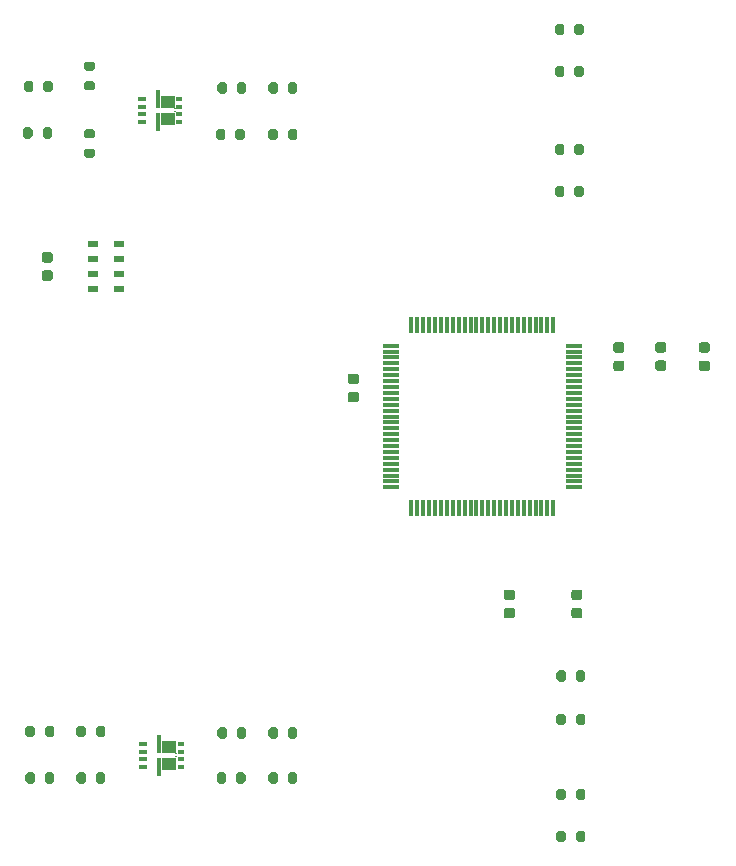
<source format=gbr>
%TF.GenerationSoftware,KiCad,Pcbnew,(5.1.10)-1*%
%TF.CreationDate,2021-11-30T13:01:00-06:00*%
%TF.ProjectId,Charges_KiCAD_Project,43686172-6765-4735-9f4b-694341445f50,rev?*%
%TF.SameCoordinates,Original*%
%TF.FileFunction,Paste,Top*%
%TF.FilePolarity,Positive*%
%FSLAX46Y46*%
G04 Gerber Fmt 4.6, Leading zero omitted, Abs format (unit mm)*
G04 Created by KiCad (PCBNEW (5.1.10)-1) date 2021-11-30 13:01:00*
%MOMM*%
%LPD*%
G01*
G04 APERTURE LIST*
%ADD10R,0.950000X0.550000*%
%ADD11R,0.160000X0.065000*%
%ADD12R,1.310000X1.010000*%
%ADD13R,0.430000X1.510000*%
%ADD14R,0.090000X1.130000*%
%ADD15R,0.600000X0.400000*%
%ADD16R,0.760000X0.350000*%
%ADD17R,0.300000X1.475000*%
%ADD18R,1.475000X0.300000*%
G04 APERTURE END LIST*
D10*
%TO.C,U1*%
X121598000Y-85060000D03*
X121598000Y-83810000D03*
X121598000Y-82560000D03*
X121598000Y-81310000D03*
X119448000Y-83810000D03*
X119448000Y-82560000D03*
X119448000Y-81310000D03*
X119448000Y-85060000D03*
%TD*%
%TO.C,R24*%
G36*
G01*
X135934000Y-126767000D02*
X135934000Y-126217000D01*
G75*
G02*
X136134000Y-126017000I200000J0D01*
G01*
X136534000Y-126017000D01*
G75*
G02*
X136734000Y-126217000I0J-200000D01*
G01*
X136734000Y-126767000D01*
G75*
G02*
X136534000Y-126967000I-200000J0D01*
G01*
X136134000Y-126967000D01*
G75*
G02*
X135934000Y-126767000I0J200000D01*
G01*
G37*
G36*
G01*
X134284000Y-126767000D02*
X134284000Y-126217000D01*
G75*
G02*
X134484000Y-126017000I200000J0D01*
G01*
X134884000Y-126017000D01*
G75*
G02*
X135084000Y-126217000I0J-200000D01*
G01*
X135084000Y-126767000D01*
G75*
G02*
X134884000Y-126967000I-200000J0D01*
G01*
X134484000Y-126967000D01*
G75*
G02*
X134284000Y-126767000I0J200000D01*
G01*
G37*
%TD*%
%TO.C,R23*%
G36*
G01*
X135934000Y-122957000D02*
X135934000Y-122407000D01*
G75*
G02*
X136134000Y-122207000I200000J0D01*
G01*
X136534000Y-122207000D01*
G75*
G02*
X136734000Y-122407000I0J-200000D01*
G01*
X136734000Y-122957000D01*
G75*
G02*
X136534000Y-123157000I-200000J0D01*
G01*
X136134000Y-123157000D01*
G75*
G02*
X135934000Y-122957000I0J200000D01*
G01*
G37*
G36*
G01*
X134284000Y-122957000D02*
X134284000Y-122407000D01*
G75*
G02*
X134484000Y-122207000I200000J0D01*
G01*
X134884000Y-122207000D01*
G75*
G02*
X135084000Y-122407000I0J-200000D01*
G01*
X135084000Y-122957000D01*
G75*
G02*
X134884000Y-123157000I-200000J0D01*
G01*
X134484000Y-123157000D01*
G75*
G02*
X134284000Y-122957000I0J200000D01*
G01*
G37*
%TD*%
%TO.C,R22*%
G36*
G01*
X135934000Y-72284000D02*
X135934000Y-71734000D01*
G75*
G02*
X136134000Y-71534000I200000J0D01*
G01*
X136534000Y-71534000D01*
G75*
G02*
X136734000Y-71734000I0J-200000D01*
G01*
X136734000Y-72284000D01*
G75*
G02*
X136534000Y-72484000I-200000J0D01*
G01*
X136134000Y-72484000D01*
G75*
G02*
X135934000Y-72284000I0J200000D01*
G01*
G37*
G36*
G01*
X134284000Y-72284000D02*
X134284000Y-71734000D01*
G75*
G02*
X134484000Y-71534000I200000J0D01*
G01*
X134884000Y-71534000D01*
G75*
G02*
X135084000Y-71734000I0J-200000D01*
G01*
X135084000Y-72284000D01*
G75*
G02*
X134884000Y-72484000I-200000J0D01*
G01*
X134484000Y-72484000D01*
G75*
G02*
X134284000Y-72284000I0J200000D01*
G01*
G37*
%TD*%
%TO.C,R21*%
G36*
G01*
X135934000Y-68347000D02*
X135934000Y-67797000D01*
G75*
G02*
X136134000Y-67597000I200000J0D01*
G01*
X136534000Y-67597000D01*
G75*
G02*
X136734000Y-67797000I0J-200000D01*
G01*
X136734000Y-68347000D01*
G75*
G02*
X136534000Y-68547000I-200000J0D01*
G01*
X136134000Y-68547000D01*
G75*
G02*
X135934000Y-68347000I0J200000D01*
G01*
G37*
G36*
G01*
X134284000Y-68347000D02*
X134284000Y-67797000D01*
G75*
G02*
X134484000Y-67597000I200000J0D01*
G01*
X134884000Y-67597000D01*
G75*
G02*
X135084000Y-67797000I0J-200000D01*
G01*
X135084000Y-68347000D01*
G75*
G02*
X134884000Y-68547000I-200000J0D01*
G01*
X134484000Y-68547000D01*
G75*
G02*
X134284000Y-68347000I0J200000D01*
G01*
G37*
%TD*%
%TO.C,R20*%
G36*
G01*
X131553000Y-126767000D02*
X131553000Y-126217000D01*
G75*
G02*
X131753000Y-126017000I200000J0D01*
G01*
X132153000Y-126017000D01*
G75*
G02*
X132353000Y-126217000I0J-200000D01*
G01*
X132353000Y-126767000D01*
G75*
G02*
X132153000Y-126967000I-200000J0D01*
G01*
X131753000Y-126967000D01*
G75*
G02*
X131553000Y-126767000I0J200000D01*
G01*
G37*
G36*
G01*
X129903000Y-126767000D02*
X129903000Y-126217000D01*
G75*
G02*
X130103000Y-126017000I200000J0D01*
G01*
X130503000Y-126017000D01*
G75*
G02*
X130703000Y-126217000I0J-200000D01*
G01*
X130703000Y-126767000D01*
G75*
G02*
X130503000Y-126967000I-200000J0D01*
G01*
X130103000Y-126967000D01*
G75*
G02*
X129903000Y-126767000I0J200000D01*
G01*
G37*
%TD*%
%TO.C,R19*%
G36*
G01*
X131616000Y-122957000D02*
X131616000Y-122407000D01*
G75*
G02*
X131816000Y-122207000I200000J0D01*
G01*
X132216000Y-122207000D01*
G75*
G02*
X132416000Y-122407000I0J-200000D01*
G01*
X132416000Y-122957000D01*
G75*
G02*
X132216000Y-123157000I-200000J0D01*
G01*
X131816000Y-123157000D01*
G75*
G02*
X131616000Y-122957000I0J200000D01*
G01*
G37*
G36*
G01*
X129966000Y-122957000D02*
X129966000Y-122407000D01*
G75*
G02*
X130166000Y-122207000I200000J0D01*
G01*
X130566000Y-122207000D01*
G75*
G02*
X130766000Y-122407000I0J-200000D01*
G01*
X130766000Y-122957000D01*
G75*
G02*
X130566000Y-123157000I-200000J0D01*
G01*
X130166000Y-123157000D01*
G75*
G02*
X129966000Y-122957000I0J200000D01*
G01*
G37*
%TD*%
%TO.C,R18*%
G36*
G01*
X131489000Y-72284000D02*
X131489000Y-71734000D01*
G75*
G02*
X131689000Y-71534000I200000J0D01*
G01*
X132089000Y-71534000D01*
G75*
G02*
X132289000Y-71734000I0J-200000D01*
G01*
X132289000Y-72284000D01*
G75*
G02*
X132089000Y-72484000I-200000J0D01*
G01*
X131689000Y-72484000D01*
G75*
G02*
X131489000Y-72284000I0J200000D01*
G01*
G37*
G36*
G01*
X129839000Y-72284000D02*
X129839000Y-71734000D01*
G75*
G02*
X130039000Y-71534000I200000J0D01*
G01*
X130439000Y-71534000D01*
G75*
G02*
X130639000Y-71734000I0J-200000D01*
G01*
X130639000Y-72284000D01*
G75*
G02*
X130439000Y-72484000I-200000J0D01*
G01*
X130039000Y-72484000D01*
G75*
G02*
X129839000Y-72284000I0J200000D01*
G01*
G37*
%TD*%
%TO.C,R17*%
G36*
G01*
X131616000Y-68347000D02*
X131616000Y-67797000D01*
G75*
G02*
X131816000Y-67597000I200000J0D01*
G01*
X132216000Y-67597000D01*
G75*
G02*
X132416000Y-67797000I0J-200000D01*
G01*
X132416000Y-68347000D01*
G75*
G02*
X132216000Y-68547000I-200000J0D01*
G01*
X131816000Y-68547000D01*
G75*
G02*
X131616000Y-68347000I0J200000D01*
G01*
G37*
G36*
G01*
X129966000Y-68347000D02*
X129966000Y-67797000D01*
G75*
G02*
X130166000Y-67597000I200000J0D01*
G01*
X130566000Y-67597000D01*
G75*
G02*
X130766000Y-67797000I0J-200000D01*
G01*
X130766000Y-68347000D01*
G75*
G02*
X130566000Y-68547000I-200000J0D01*
G01*
X130166000Y-68547000D01*
G75*
G02*
X129966000Y-68347000I0J200000D01*
G01*
G37*
%TD*%
%TO.C,R16*%
G36*
G01*
X159468000Y-131170000D02*
X159468000Y-131720000D01*
G75*
G02*
X159268000Y-131920000I-200000J0D01*
G01*
X158868000Y-131920000D01*
G75*
G02*
X158668000Y-131720000I0J200000D01*
G01*
X158668000Y-131170000D01*
G75*
G02*
X158868000Y-130970000I200000J0D01*
G01*
X159268000Y-130970000D01*
G75*
G02*
X159468000Y-131170000I0J-200000D01*
G01*
G37*
G36*
G01*
X161118000Y-131170000D02*
X161118000Y-131720000D01*
G75*
G02*
X160918000Y-131920000I-200000J0D01*
G01*
X160518000Y-131920000D01*
G75*
G02*
X160318000Y-131720000I0J200000D01*
G01*
X160318000Y-131170000D01*
G75*
G02*
X160518000Y-130970000I200000J0D01*
G01*
X160918000Y-130970000D01*
G75*
G02*
X161118000Y-131170000I0J-200000D01*
G01*
G37*
%TD*%
%TO.C,R15*%
G36*
G01*
X159468000Y-117581000D02*
X159468000Y-118131000D01*
G75*
G02*
X159268000Y-118331000I-200000J0D01*
G01*
X158868000Y-118331000D01*
G75*
G02*
X158668000Y-118131000I0J200000D01*
G01*
X158668000Y-117581000D01*
G75*
G02*
X158868000Y-117381000I200000J0D01*
G01*
X159268000Y-117381000D01*
G75*
G02*
X159468000Y-117581000I0J-200000D01*
G01*
G37*
G36*
G01*
X161118000Y-117581000D02*
X161118000Y-118131000D01*
G75*
G02*
X160918000Y-118331000I-200000J0D01*
G01*
X160518000Y-118331000D01*
G75*
G02*
X160318000Y-118131000I0J200000D01*
G01*
X160318000Y-117581000D01*
G75*
G02*
X160518000Y-117381000I200000J0D01*
G01*
X160918000Y-117381000D01*
G75*
G02*
X161118000Y-117581000I0J-200000D01*
G01*
G37*
%TD*%
%TO.C,R14*%
G36*
G01*
X159468000Y-127614000D02*
X159468000Y-128164000D01*
G75*
G02*
X159268000Y-128364000I-200000J0D01*
G01*
X158868000Y-128364000D01*
G75*
G02*
X158668000Y-128164000I0J200000D01*
G01*
X158668000Y-127614000D01*
G75*
G02*
X158868000Y-127414000I200000J0D01*
G01*
X159268000Y-127414000D01*
G75*
G02*
X159468000Y-127614000I0J-200000D01*
G01*
G37*
G36*
G01*
X161118000Y-127614000D02*
X161118000Y-128164000D01*
G75*
G02*
X160918000Y-128364000I-200000J0D01*
G01*
X160518000Y-128364000D01*
G75*
G02*
X160318000Y-128164000I0J200000D01*
G01*
X160318000Y-127614000D01*
G75*
G02*
X160518000Y-127414000I200000J0D01*
G01*
X160918000Y-127414000D01*
G75*
G02*
X161118000Y-127614000I0J-200000D01*
G01*
G37*
%TD*%
%TO.C,R13*%
G36*
G01*
X160318000Y-121814000D02*
X160318000Y-121264000D01*
G75*
G02*
X160518000Y-121064000I200000J0D01*
G01*
X160918000Y-121064000D01*
G75*
G02*
X161118000Y-121264000I0J-200000D01*
G01*
X161118000Y-121814000D01*
G75*
G02*
X160918000Y-122014000I-200000J0D01*
G01*
X160518000Y-122014000D01*
G75*
G02*
X160318000Y-121814000I0J200000D01*
G01*
G37*
G36*
G01*
X158668000Y-121814000D02*
X158668000Y-121264000D01*
G75*
G02*
X158868000Y-121064000I200000J0D01*
G01*
X159268000Y-121064000D01*
G75*
G02*
X159468000Y-121264000I0J-200000D01*
G01*
X159468000Y-121814000D01*
G75*
G02*
X159268000Y-122014000I-200000J0D01*
G01*
X158868000Y-122014000D01*
G75*
G02*
X158668000Y-121814000I0J200000D01*
G01*
G37*
%TD*%
%TO.C,R12*%
G36*
G01*
X159341000Y-76560000D02*
X159341000Y-77110000D01*
G75*
G02*
X159141000Y-77310000I-200000J0D01*
G01*
X158741000Y-77310000D01*
G75*
G02*
X158541000Y-77110000I0J200000D01*
G01*
X158541000Y-76560000D01*
G75*
G02*
X158741000Y-76360000I200000J0D01*
G01*
X159141000Y-76360000D01*
G75*
G02*
X159341000Y-76560000I0J-200000D01*
G01*
G37*
G36*
G01*
X160991000Y-76560000D02*
X160991000Y-77110000D01*
G75*
G02*
X160791000Y-77310000I-200000J0D01*
G01*
X160391000Y-77310000D01*
G75*
G02*
X160191000Y-77110000I0J200000D01*
G01*
X160191000Y-76560000D01*
G75*
G02*
X160391000Y-76360000I200000J0D01*
G01*
X160791000Y-76360000D01*
G75*
G02*
X160991000Y-76560000I0J-200000D01*
G01*
G37*
%TD*%
%TO.C,R11*%
G36*
G01*
X159341000Y-62844000D02*
X159341000Y-63394000D01*
G75*
G02*
X159141000Y-63594000I-200000J0D01*
G01*
X158741000Y-63594000D01*
G75*
G02*
X158541000Y-63394000I0J200000D01*
G01*
X158541000Y-62844000D01*
G75*
G02*
X158741000Y-62644000I200000J0D01*
G01*
X159141000Y-62644000D01*
G75*
G02*
X159341000Y-62844000I0J-200000D01*
G01*
G37*
G36*
G01*
X160991000Y-62844000D02*
X160991000Y-63394000D01*
G75*
G02*
X160791000Y-63594000I-200000J0D01*
G01*
X160391000Y-63594000D01*
G75*
G02*
X160191000Y-63394000I0J200000D01*
G01*
X160191000Y-62844000D01*
G75*
G02*
X160391000Y-62644000I200000J0D01*
G01*
X160791000Y-62644000D01*
G75*
G02*
X160991000Y-62844000I0J-200000D01*
G01*
G37*
%TD*%
%TO.C,R10*%
G36*
G01*
X119678000Y-126767000D02*
X119678000Y-126217000D01*
G75*
G02*
X119878000Y-126017000I200000J0D01*
G01*
X120278000Y-126017000D01*
G75*
G02*
X120478000Y-126217000I0J-200000D01*
G01*
X120478000Y-126767000D01*
G75*
G02*
X120278000Y-126967000I-200000J0D01*
G01*
X119878000Y-126967000D01*
G75*
G02*
X119678000Y-126767000I0J200000D01*
G01*
G37*
G36*
G01*
X118028000Y-126767000D02*
X118028000Y-126217000D01*
G75*
G02*
X118228000Y-126017000I200000J0D01*
G01*
X118628000Y-126017000D01*
G75*
G02*
X118828000Y-126217000I0J-200000D01*
G01*
X118828000Y-126767000D01*
G75*
G02*
X118628000Y-126967000I-200000J0D01*
G01*
X118228000Y-126967000D01*
G75*
G02*
X118028000Y-126767000I0J200000D01*
G01*
G37*
%TD*%
%TO.C,R9*%
G36*
G01*
X119678000Y-122830000D02*
X119678000Y-122280000D01*
G75*
G02*
X119878000Y-122080000I200000J0D01*
G01*
X120278000Y-122080000D01*
G75*
G02*
X120478000Y-122280000I0J-200000D01*
G01*
X120478000Y-122830000D01*
G75*
G02*
X120278000Y-123030000I-200000J0D01*
G01*
X119878000Y-123030000D01*
G75*
G02*
X119678000Y-122830000I0J200000D01*
G01*
G37*
G36*
G01*
X118028000Y-122830000D02*
X118028000Y-122280000D01*
G75*
G02*
X118228000Y-122080000I200000J0D01*
G01*
X118628000Y-122080000D01*
G75*
G02*
X118828000Y-122280000I0J-200000D01*
G01*
X118828000Y-122830000D01*
G75*
G02*
X118628000Y-123030000I-200000J0D01*
G01*
X118228000Y-123030000D01*
G75*
G02*
X118028000Y-122830000I0J200000D01*
G01*
G37*
%TD*%
%TO.C,R8*%
G36*
G01*
X118851000Y-73196000D02*
X119401000Y-73196000D01*
G75*
G02*
X119601000Y-73396000I0J-200000D01*
G01*
X119601000Y-73796000D01*
G75*
G02*
X119401000Y-73996000I-200000J0D01*
G01*
X118851000Y-73996000D01*
G75*
G02*
X118651000Y-73796000I0J200000D01*
G01*
X118651000Y-73396000D01*
G75*
G02*
X118851000Y-73196000I200000J0D01*
G01*
G37*
G36*
G01*
X118851000Y-71546000D02*
X119401000Y-71546000D01*
G75*
G02*
X119601000Y-71746000I0J-200000D01*
G01*
X119601000Y-72146000D01*
G75*
G02*
X119401000Y-72346000I-200000J0D01*
G01*
X118851000Y-72346000D01*
G75*
G02*
X118651000Y-72146000I0J200000D01*
G01*
X118651000Y-71746000D01*
G75*
G02*
X118851000Y-71546000I200000J0D01*
G01*
G37*
%TD*%
%TO.C,R7*%
G36*
G01*
X119401000Y-66631000D02*
X118851000Y-66631000D01*
G75*
G02*
X118651000Y-66431000I0J200000D01*
G01*
X118651000Y-66031000D01*
G75*
G02*
X118851000Y-65831000I200000J0D01*
G01*
X119401000Y-65831000D01*
G75*
G02*
X119601000Y-66031000I0J-200000D01*
G01*
X119601000Y-66431000D01*
G75*
G02*
X119401000Y-66631000I-200000J0D01*
G01*
G37*
G36*
G01*
X119401000Y-68281000D02*
X118851000Y-68281000D01*
G75*
G02*
X118651000Y-68081000I0J200000D01*
G01*
X118651000Y-67681000D01*
G75*
G02*
X118851000Y-67481000I200000J0D01*
G01*
X119401000Y-67481000D01*
G75*
G02*
X119601000Y-67681000I0J-200000D01*
G01*
X119601000Y-68081000D01*
G75*
G02*
X119401000Y-68281000I-200000J0D01*
G01*
G37*
%TD*%
%TO.C,R6*%
G36*
G01*
X115360000Y-126767000D02*
X115360000Y-126217000D01*
G75*
G02*
X115560000Y-126017000I200000J0D01*
G01*
X115960000Y-126017000D01*
G75*
G02*
X116160000Y-126217000I0J-200000D01*
G01*
X116160000Y-126767000D01*
G75*
G02*
X115960000Y-126967000I-200000J0D01*
G01*
X115560000Y-126967000D01*
G75*
G02*
X115360000Y-126767000I0J200000D01*
G01*
G37*
G36*
G01*
X113710000Y-126767000D02*
X113710000Y-126217000D01*
G75*
G02*
X113910000Y-126017000I200000J0D01*
G01*
X114310000Y-126017000D01*
G75*
G02*
X114510000Y-126217000I0J-200000D01*
G01*
X114510000Y-126767000D01*
G75*
G02*
X114310000Y-126967000I-200000J0D01*
G01*
X113910000Y-126967000D01*
G75*
G02*
X113710000Y-126767000I0J200000D01*
G01*
G37*
%TD*%
%TO.C,R5*%
G36*
G01*
X115360000Y-122830000D02*
X115360000Y-122280000D01*
G75*
G02*
X115560000Y-122080000I200000J0D01*
G01*
X115960000Y-122080000D01*
G75*
G02*
X116160000Y-122280000I0J-200000D01*
G01*
X116160000Y-122830000D01*
G75*
G02*
X115960000Y-123030000I-200000J0D01*
G01*
X115560000Y-123030000D01*
G75*
G02*
X115360000Y-122830000I0J200000D01*
G01*
G37*
G36*
G01*
X113710000Y-122830000D02*
X113710000Y-122280000D01*
G75*
G02*
X113910000Y-122080000I200000J0D01*
G01*
X114310000Y-122080000D01*
G75*
G02*
X114510000Y-122280000I0J-200000D01*
G01*
X114510000Y-122830000D01*
G75*
G02*
X114310000Y-123030000I-200000J0D01*
G01*
X113910000Y-123030000D01*
G75*
G02*
X113710000Y-122830000I0J200000D01*
G01*
G37*
%TD*%
%TO.C,R4*%
G36*
G01*
X115170000Y-72157000D02*
X115170000Y-71607000D01*
G75*
G02*
X115370000Y-71407000I200000J0D01*
G01*
X115770000Y-71407000D01*
G75*
G02*
X115970000Y-71607000I0J-200000D01*
G01*
X115970000Y-72157000D01*
G75*
G02*
X115770000Y-72357000I-200000J0D01*
G01*
X115370000Y-72357000D01*
G75*
G02*
X115170000Y-72157000I0J200000D01*
G01*
G37*
G36*
G01*
X113520000Y-72157000D02*
X113520000Y-71607000D01*
G75*
G02*
X113720000Y-71407000I200000J0D01*
G01*
X114120000Y-71407000D01*
G75*
G02*
X114320000Y-71607000I0J-200000D01*
G01*
X114320000Y-72157000D01*
G75*
G02*
X114120000Y-72357000I-200000J0D01*
G01*
X113720000Y-72357000D01*
G75*
G02*
X113520000Y-72157000I0J200000D01*
G01*
G37*
%TD*%
%TO.C,R3*%
G36*
G01*
X113583000Y-68220000D02*
X113583000Y-67670000D01*
G75*
G02*
X113783000Y-67470000I200000J0D01*
G01*
X114183000Y-67470000D01*
G75*
G02*
X114383000Y-67670000I0J-200000D01*
G01*
X114383000Y-68220000D01*
G75*
G02*
X114183000Y-68420000I-200000J0D01*
G01*
X113783000Y-68420000D01*
G75*
G02*
X113583000Y-68220000I0J200000D01*
G01*
G37*
G36*
G01*
X115233000Y-68220000D02*
X115233000Y-67670000D01*
G75*
G02*
X115433000Y-67470000I200000J0D01*
G01*
X115833000Y-67470000D01*
G75*
G02*
X116033000Y-67670000I0J-200000D01*
G01*
X116033000Y-68220000D01*
G75*
G02*
X115833000Y-68420000I-200000J0D01*
G01*
X115433000Y-68420000D01*
G75*
G02*
X115233000Y-68220000I0J200000D01*
G01*
G37*
%TD*%
%TO.C,R2*%
G36*
G01*
X159341000Y-73004000D02*
X159341000Y-73554000D01*
G75*
G02*
X159141000Y-73754000I-200000J0D01*
G01*
X158741000Y-73754000D01*
G75*
G02*
X158541000Y-73554000I0J200000D01*
G01*
X158541000Y-73004000D01*
G75*
G02*
X158741000Y-72804000I200000J0D01*
G01*
X159141000Y-72804000D01*
G75*
G02*
X159341000Y-73004000I0J-200000D01*
G01*
G37*
G36*
G01*
X160991000Y-73004000D02*
X160991000Y-73554000D01*
G75*
G02*
X160791000Y-73754000I-200000J0D01*
G01*
X160391000Y-73754000D01*
G75*
G02*
X160191000Y-73554000I0J200000D01*
G01*
X160191000Y-73004000D01*
G75*
G02*
X160391000Y-72804000I200000J0D01*
G01*
X160791000Y-72804000D01*
G75*
G02*
X160991000Y-73004000I0J-200000D01*
G01*
G37*
%TD*%
%TO.C,R1*%
G36*
G01*
X160191000Y-66950000D02*
X160191000Y-66400000D01*
G75*
G02*
X160391000Y-66200000I200000J0D01*
G01*
X160791000Y-66200000D01*
G75*
G02*
X160991000Y-66400000I0J-200000D01*
G01*
X160991000Y-66950000D01*
G75*
G02*
X160791000Y-67150000I-200000J0D01*
G01*
X160391000Y-67150000D01*
G75*
G02*
X160191000Y-66950000I0J200000D01*
G01*
G37*
G36*
G01*
X158541000Y-66950000D02*
X158541000Y-66400000D01*
G75*
G02*
X158741000Y-66200000I200000J0D01*
G01*
X159141000Y-66200000D01*
G75*
G02*
X159341000Y-66400000I0J-200000D01*
G01*
X159341000Y-66950000D01*
G75*
G02*
X159141000Y-67150000I-200000J0D01*
G01*
X158741000Y-67150000D01*
G75*
G02*
X158541000Y-66950000I0J200000D01*
G01*
G37*
%TD*%
D11*
%TO.C,Q2*%
X126472000Y-124745000D03*
X126472000Y-124429000D03*
D12*
X125897000Y-125282000D03*
D13*
X125027000Y-125532000D03*
D14*
X124767000Y-125342000D03*
X124767000Y-123832000D03*
D13*
X125027000Y-123642000D03*
D12*
X125897000Y-123892000D03*
D15*
X126852000Y-123612000D03*
X126852000Y-124262000D03*
X126852000Y-124912000D03*
X126852000Y-125562000D03*
D16*
X123672000Y-125562000D03*
X123672000Y-124912000D03*
X123672000Y-124262000D03*
X123672000Y-123612000D03*
%TD*%
D11*
%TO.C,Q1*%
X126345000Y-70135000D03*
X126345000Y-69819000D03*
D12*
X125770000Y-70672000D03*
D13*
X124900000Y-70922000D03*
D14*
X124640000Y-70732000D03*
X124640000Y-69222000D03*
D13*
X124900000Y-69032000D03*
D12*
X125770000Y-69282000D03*
D15*
X126725000Y-69002000D03*
X126725000Y-69652000D03*
X126725000Y-70302000D03*
X126725000Y-70952000D03*
D16*
X123545000Y-70952000D03*
X123545000Y-70302000D03*
X123545000Y-69652000D03*
X123545000Y-69002000D03*
%TD*%
D17*
%TO.C,IC2*%
X146400000Y-88147000D03*
X146900000Y-88147000D03*
X147400000Y-88147000D03*
X147900000Y-88147000D03*
X148400000Y-88147000D03*
X148900000Y-88147000D03*
X149400000Y-88147000D03*
X149900000Y-88147000D03*
X150400000Y-88147000D03*
X150900000Y-88147000D03*
X151400000Y-88147000D03*
X151900000Y-88147000D03*
X152400000Y-88147000D03*
X152900000Y-88147000D03*
X153400000Y-88147000D03*
X153900000Y-88147000D03*
X154400000Y-88147000D03*
X154900000Y-88147000D03*
X155400000Y-88147000D03*
X155900000Y-88147000D03*
X156400000Y-88147000D03*
X156900000Y-88147000D03*
X157400000Y-88147000D03*
X157900000Y-88147000D03*
X158400000Y-88147000D03*
D18*
X160138000Y-89885000D03*
X160138000Y-90385000D03*
X160138000Y-90885000D03*
X160138000Y-91385000D03*
X160138000Y-91885000D03*
X160138000Y-92385000D03*
X160138000Y-92885000D03*
X160138000Y-93385000D03*
X160138000Y-93885000D03*
X160138000Y-94385000D03*
X160138000Y-94885000D03*
X160138000Y-95385000D03*
X160138000Y-95885000D03*
X160138000Y-96385000D03*
X160138000Y-96885000D03*
X160138000Y-97385000D03*
X160138000Y-97885000D03*
X160138000Y-98385000D03*
X160138000Y-98885000D03*
X160138000Y-99385000D03*
X160138000Y-99885000D03*
X160138000Y-100385000D03*
X160138000Y-100885000D03*
X160138000Y-101385000D03*
X160138000Y-101885000D03*
D17*
X158400000Y-103623000D03*
X157900000Y-103623000D03*
X157400000Y-103623000D03*
X156900000Y-103623000D03*
X156400000Y-103623000D03*
X155900000Y-103623000D03*
X155400000Y-103623000D03*
X154900000Y-103623000D03*
X154400000Y-103623000D03*
X153900000Y-103623000D03*
X153400000Y-103623000D03*
X152900000Y-103623000D03*
X152400000Y-103623000D03*
X151900000Y-103623000D03*
X151400000Y-103623000D03*
X150900000Y-103623000D03*
X150400000Y-103623000D03*
X149900000Y-103623000D03*
X149400000Y-103623000D03*
X148900000Y-103623000D03*
X148400000Y-103623000D03*
X147900000Y-103623000D03*
X147400000Y-103623000D03*
X146900000Y-103623000D03*
X146400000Y-103623000D03*
D18*
X144662000Y-101885000D03*
X144662000Y-101385000D03*
X144662000Y-100885000D03*
X144662000Y-100385000D03*
X144662000Y-99885000D03*
X144662000Y-99385000D03*
X144662000Y-98885000D03*
X144662000Y-98385000D03*
X144662000Y-97885000D03*
X144662000Y-97385000D03*
X144662000Y-96885000D03*
X144662000Y-96385000D03*
X144662000Y-95885000D03*
X144662000Y-95385000D03*
X144662000Y-94885000D03*
X144662000Y-94385000D03*
X144662000Y-93885000D03*
X144662000Y-93385000D03*
X144662000Y-92885000D03*
X144662000Y-92385000D03*
X144662000Y-91885000D03*
X144662000Y-91385000D03*
X144662000Y-90885000D03*
X144662000Y-90385000D03*
X144662000Y-89885000D03*
%TD*%
%TO.C,C11*%
G36*
G01*
X160651000Y-111435000D02*
X160151000Y-111435000D01*
G75*
G02*
X159926000Y-111210000I0J225000D01*
G01*
X159926000Y-110760000D01*
G75*
G02*
X160151000Y-110535000I225000J0D01*
G01*
X160651000Y-110535000D01*
G75*
G02*
X160876000Y-110760000I0J-225000D01*
G01*
X160876000Y-111210000D01*
G75*
G02*
X160651000Y-111435000I-225000J0D01*
G01*
G37*
G36*
G01*
X160651000Y-112985000D02*
X160151000Y-112985000D01*
G75*
G02*
X159926000Y-112760000I0J225000D01*
G01*
X159926000Y-112310000D01*
G75*
G02*
X160151000Y-112085000I225000J0D01*
G01*
X160651000Y-112085000D01*
G75*
G02*
X160876000Y-112310000I0J-225000D01*
G01*
X160876000Y-112760000D01*
G75*
G02*
X160651000Y-112985000I-225000J0D01*
G01*
G37*
%TD*%
%TO.C,C10*%
G36*
G01*
X154936000Y-111435000D02*
X154436000Y-111435000D01*
G75*
G02*
X154211000Y-111210000I0J225000D01*
G01*
X154211000Y-110760000D01*
G75*
G02*
X154436000Y-110535000I225000J0D01*
G01*
X154936000Y-110535000D01*
G75*
G02*
X155161000Y-110760000I0J-225000D01*
G01*
X155161000Y-111210000D01*
G75*
G02*
X154936000Y-111435000I-225000J0D01*
G01*
G37*
G36*
G01*
X154936000Y-112985000D02*
X154436000Y-112985000D01*
G75*
G02*
X154211000Y-112760000I0J225000D01*
G01*
X154211000Y-112310000D01*
G75*
G02*
X154436000Y-112085000I225000J0D01*
G01*
X154936000Y-112085000D01*
G75*
G02*
X155161000Y-112310000I0J-225000D01*
G01*
X155161000Y-112760000D01*
G75*
G02*
X154936000Y-112985000I-225000J0D01*
G01*
G37*
%TD*%
%TO.C,C9*%
G36*
G01*
X171446000Y-90493000D02*
X170946000Y-90493000D01*
G75*
G02*
X170721000Y-90268000I0J225000D01*
G01*
X170721000Y-89818000D01*
G75*
G02*
X170946000Y-89593000I225000J0D01*
G01*
X171446000Y-89593000D01*
G75*
G02*
X171671000Y-89818000I0J-225000D01*
G01*
X171671000Y-90268000D01*
G75*
G02*
X171446000Y-90493000I-225000J0D01*
G01*
G37*
G36*
G01*
X171446000Y-92043000D02*
X170946000Y-92043000D01*
G75*
G02*
X170721000Y-91818000I0J225000D01*
G01*
X170721000Y-91368000D01*
G75*
G02*
X170946000Y-91143000I225000J0D01*
G01*
X171446000Y-91143000D01*
G75*
G02*
X171671000Y-91368000I0J-225000D01*
G01*
X171671000Y-91818000D01*
G75*
G02*
X171446000Y-92043000I-225000J0D01*
G01*
G37*
%TD*%
%TO.C,C8*%
G36*
G01*
X167763000Y-90480000D02*
X167263000Y-90480000D01*
G75*
G02*
X167038000Y-90255000I0J225000D01*
G01*
X167038000Y-89805000D01*
G75*
G02*
X167263000Y-89580000I225000J0D01*
G01*
X167763000Y-89580000D01*
G75*
G02*
X167988000Y-89805000I0J-225000D01*
G01*
X167988000Y-90255000D01*
G75*
G02*
X167763000Y-90480000I-225000J0D01*
G01*
G37*
G36*
G01*
X167763000Y-92030000D02*
X167263000Y-92030000D01*
G75*
G02*
X167038000Y-91805000I0J225000D01*
G01*
X167038000Y-91355000D01*
G75*
G02*
X167263000Y-91130000I225000J0D01*
G01*
X167763000Y-91130000D01*
G75*
G02*
X167988000Y-91355000I0J-225000D01*
G01*
X167988000Y-91805000D01*
G75*
G02*
X167763000Y-92030000I-225000J0D01*
G01*
G37*
%TD*%
%TO.C,C7*%
G36*
G01*
X164207000Y-90493000D02*
X163707000Y-90493000D01*
G75*
G02*
X163482000Y-90268000I0J225000D01*
G01*
X163482000Y-89818000D01*
G75*
G02*
X163707000Y-89593000I225000J0D01*
G01*
X164207000Y-89593000D01*
G75*
G02*
X164432000Y-89818000I0J-225000D01*
G01*
X164432000Y-90268000D01*
G75*
G02*
X164207000Y-90493000I-225000J0D01*
G01*
G37*
G36*
G01*
X164207000Y-92043000D02*
X163707000Y-92043000D01*
G75*
G02*
X163482000Y-91818000I0J225000D01*
G01*
X163482000Y-91368000D01*
G75*
G02*
X163707000Y-91143000I225000J0D01*
G01*
X164207000Y-91143000D01*
G75*
G02*
X164432000Y-91368000I0J-225000D01*
G01*
X164432000Y-91818000D01*
G75*
G02*
X164207000Y-92043000I-225000J0D01*
G01*
G37*
%TD*%
%TO.C,C6*%
G36*
G01*
X115820000Y-82860000D02*
X115320000Y-82860000D01*
G75*
G02*
X115095000Y-82635000I0J225000D01*
G01*
X115095000Y-82185000D01*
G75*
G02*
X115320000Y-81960000I225000J0D01*
G01*
X115820000Y-81960000D01*
G75*
G02*
X116045000Y-82185000I0J-225000D01*
G01*
X116045000Y-82635000D01*
G75*
G02*
X115820000Y-82860000I-225000J0D01*
G01*
G37*
G36*
G01*
X115820000Y-84410000D02*
X115320000Y-84410000D01*
G75*
G02*
X115095000Y-84185000I0J225000D01*
G01*
X115095000Y-83735000D01*
G75*
G02*
X115320000Y-83510000I225000J0D01*
G01*
X115820000Y-83510000D01*
G75*
G02*
X116045000Y-83735000I0J-225000D01*
G01*
X116045000Y-84185000D01*
G75*
G02*
X115820000Y-84410000I-225000J0D01*
G01*
G37*
%TD*%
%TO.C,C5*%
G36*
G01*
X141728000Y-93147000D02*
X141228000Y-93147000D01*
G75*
G02*
X141003000Y-92922000I0J225000D01*
G01*
X141003000Y-92472000D01*
G75*
G02*
X141228000Y-92247000I225000J0D01*
G01*
X141728000Y-92247000D01*
G75*
G02*
X141953000Y-92472000I0J-225000D01*
G01*
X141953000Y-92922000D01*
G75*
G02*
X141728000Y-93147000I-225000J0D01*
G01*
G37*
G36*
G01*
X141728000Y-94697000D02*
X141228000Y-94697000D01*
G75*
G02*
X141003000Y-94472000I0J225000D01*
G01*
X141003000Y-94022000D01*
G75*
G02*
X141228000Y-93797000I225000J0D01*
G01*
X141728000Y-93797000D01*
G75*
G02*
X141953000Y-94022000I0J-225000D01*
G01*
X141953000Y-94472000D01*
G75*
G02*
X141728000Y-94697000I-225000J0D01*
G01*
G37*
%TD*%
M02*

</source>
